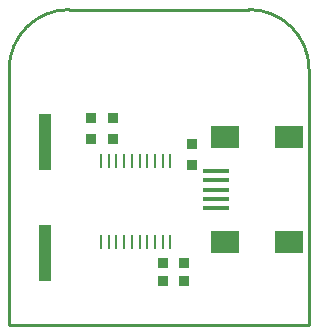
<source format=gbr>
G04 #@! TF.FileFunction,Paste,Top*
%FSLAX46Y46*%
G04 Gerber Fmt 4.6, Leading zero omitted, Abs format (unit mm)*
G04 Created by KiCad (PCBNEW 0.201504271001+5626~23~ubuntu14.10.1-product) date Wed 29 Apr 2015 11:50:05 EEST*
%MOMM*%
G01*
G04 APERTURE LIST*
%ADD10C,0.100000*%
%ADD11C,0.254000*%
%ADD12R,0.279400X1.168400*%
%ADD13R,0.914400X0.914400*%
%ADD14R,2.199640X0.398780*%
%ADD15R,2.397760X1.897380*%
%ADD16R,0.998400X4.724400*%
G04 APERTURE END LIST*
D10*
D11*
X175260000Y-111760000D02*
X175260000Y-109220000D01*
X149860000Y-109220000D02*
X149860000Y-111760000D01*
X175260000Y-109220000D02*
G75*
G03X170180000Y-104140000I-5080000J0D01*
G01*
X154940000Y-104140000D02*
G75*
G03X149860000Y-109220000I0J-5080000D01*
G01*
X154940000Y-104140000D02*
X170180000Y-104140000D01*
X149860000Y-130810000D02*
X149860000Y-129540000D01*
X175260000Y-130810000D02*
X175260000Y-129540000D01*
X149860000Y-130810000D02*
X175260000Y-130810000D01*
X149860000Y-111760000D02*
X149860000Y-129540000D01*
X175260000Y-129540000D02*
X175260000Y-111760000D01*
D12*
X163499800Y-116967000D03*
X162864800Y-116967000D03*
X162204400Y-116967000D03*
X161544000Y-116967000D03*
X160909000Y-116967000D03*
X160248600Y-116967000D03*
X159588200Y-116967000D03*
X158953200Y-116967000D03*
X158292800Y-116967000D03*
X157657800Y-116967000D03*
X157657800Y-123825000D03*
X158292800Y-123825000D03*
X158953200Y-123825000D03*
X159588200Y-123825000D03*
X160248600Y-123825000D03*
X160909000Y-123825000D03*
X161544000Y-123825000D03*
X162204400Y-123825000D03*
X162864800Y-123825000D03*
X163499800Y-123825000D03*
D13*
X162864800Y-127152400D03*
X164642800Y-127152400D03*
X162864800Y-125628400D03*
X164642800Y-125628400D03*
X165354000Y-115544600D03*
X165354000Y-117322600D03*
X158673800Y-115087400D03*
X158673800Y-113309400D03*
X156819600Y-115087400D03*
X156819600Y-113309400D03*
D14*
X167386000Y-120980200D03*
X167386000Y-120180100D03*
X167386000Y-119380000D03*
X167386000Y-118579900D03*
X167386000Y-117779800D03*
D15*
X168099740Y-123830080D03*
X173598840Y-123830080D03*
X168099740Y-114929920D03*
X173598840Y-114929920D03*
D16*
X152908000Y-124714000D03*
X152908000Y-115316000D03*
M02*

</source>
